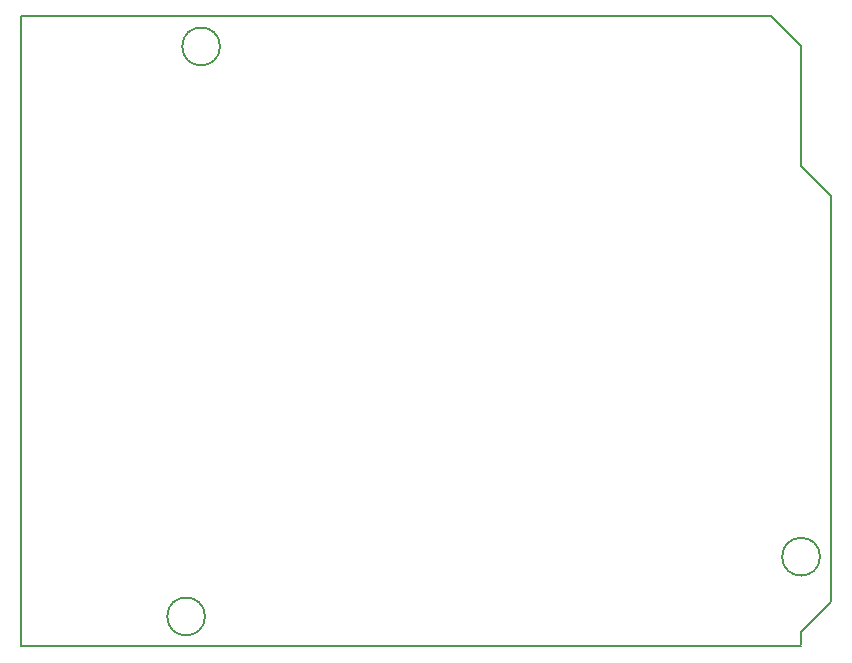
<source format=gbr>
%TF.GenerationSoftware,Altium Limited,Altium Designer,19.0.15 (446)*%
G04 Layer_Color=16711935*
%FSLAX25Y25*%
%MOIN*%
%TF.FileFunction,Other,Mechanical_1*%
%TF.Part,Single*%
G01*
G75*
%TA.AperFunction,NonConductor*%
%ADD82C,0.00500*%
D82*
X66299Y200000D02*
G03*
X66299Y200000I-6299J0D01*
G01*
X266299Y29921D02*
G03*
X266299Y29921I-6299J0D01*
G01*
X61299Y10000D02*
G03*
X61299Y10000I-6299J0D01*
G01*
X260000Y854D02*
Y4724D01*
X270000Y14961D01*
Y15000D02*
Y150000D01*
X260000Y160000D02*
X270000Y150000D01*
X260000Y160000D02*
Y200000D01*
X250000Y210000D02*
X260000Y200000D01*
X0Y0D02*
Y210000D01*
Y0D02*
X260000D01*
X0Y210000D02*
X250000D01*
%TF.MD5,efec92e9fd1dffab1af1318af83c8544*%
M02*

</source>
